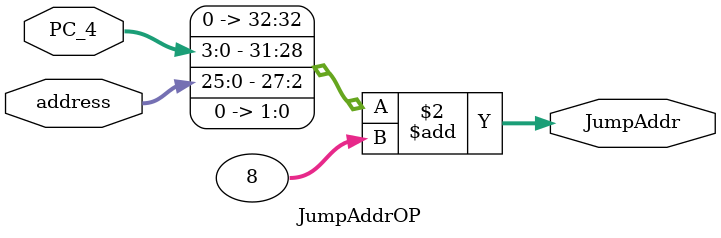
<source format=v>
module JumpAddrOP
(
  input [3:0] PC_4,
  input [25:0] address,

  output reg [32:0] JumpAddr
);

always@(*)
	begin
	JumpAddr = {PC_4,address,2'b00};
   JumpAddr = JumpAddr + 8;
	end


endmodule

</source>
